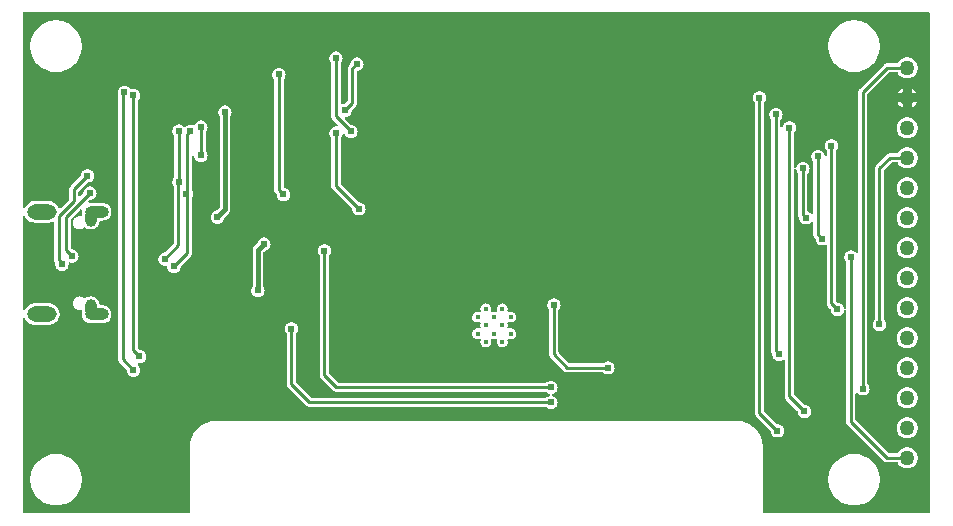
<source format=gbl>
G04 Layer: BottomLayer*
G04 EasyEDA v6.5.22, 2023-04-11 14:51:41*
G04 09d7e0edd1714e2dabe8a3ea8b78781f,917733c78a1c4f138cc1705716371eb4,10*
G04 Gerber Generator version 0.2*
G04 Scale: 100 percent, Rotated: No, Reflected: No *
G04 Dimensions in inches *
G04 leading zeros omitted , absolute positions ,3 integer and 6 decimal *
%FSLAX36Y36*%
%MOIN*%

%ADD10C,0.0100*%
%ADD11C,0.0150*%
%ADD12C,0.0496*%
%ADD13O,0.098425X0.051181000000000004*%
%ADD14O,0.07873999999999999X0.039369999999999995*%
%ADD15O,0.039369999999999995X0.059054999999999996*%
%ADD16C,0.0157*%
%ADD17C,0.0240*%
%ADD18C,0.0109*%

%LPD*%
G36*
X-211759Y-830600D02*
G01*
X-213280Y-830300D01*
X-214579Y-829440D01*
X-215460Y-828160D01*
X-215760Y-826620D01*
X-215760Y-182640D01*
X-215460Y-181119D01*
X-214600Y-179840D01*
X-213320Y-178960D01*
X-211800Y-178640D01*
X-210260Y-178939D01*
X-208960Y-179780D01*
X-208080Y-181060D01*
X-207760Y-181820D01*
X-205219Y-185980D01*
X-202140Y-189760D01*
X-198580Y-193100D01*
X-194579Y-195920D01*
X-190240Y-198180D01*
X-185640Y-199800D01*
X-180859Y-200780D01*
X-175859Y-201119D01*
X-128880Y-201119D01*
X-123880Y-200780D01*
X-119100Y-199800D01*
X-114500Y-198180D01*
X-110160Y-195920D01*
X-106160Y-193100D01*
X-102600Y-189760D01*
X-99520Y-185980D01*
X-96980Y-181820D01*
X-95040Y-177320D01*
X-93720Y-172620D01*
X-93040Y-167780D01*
X-93040Y-162900D01*
X-93720Y-158060D01*
X-95040Y-153360D01*
X-96980Y-148880D01*
X-99520Y-144720D01*
X-102600Y-140920D01*
X-106160Y-137600D01*
X-110160Y-134760D01*
X-114500Y-132520D01*
X-119100Y-130879D01*
X-123880Y-129900D01*
X-128880Y-129540D01*
X-175859Y-129540D01*
X-180859Y-129900D01*
X-185640Y-130879D01*
X-190240Y-132520D01*
X-194579Y-134760D01*
X-198580Y-137600D01*
X-202140Y-140920D01*
X-205219Y-144720D01*
X-207760Y-148880D01*
X-208080Y-149620D01*
X-208960Y-150900D01*
X-210260Y-151740D01*
X-211800Y-152040D01*
X-213320Y-151720D01*
X-214600Y-150860D01*
X-215460Y-149560D01*
X-215760Y-148040D01*
X-215760Y157520D01*
X-215460Y159040D01*
X-214600Y160340D01*
X-213320Y161200D01*
X-211800Y161520D01*
X-210260Y161220D01*
X-208960Y160380D01*
X-208080Y159100D01*
X-207760Y158360D01*
X-205219Y154160D01*
X-202140Y150400D01*
X-198580Y147040D01*
X-194579Y144240D01*
X-190240Y142000D01*
X-185640Y140360D01*
X-180859Y139380D01*
X-175859Y139020D01*
X-128880Y139020D01*
X-123880Y139380D01*
X-119100Y140360D01*
X-115540Y141620D01*
X-114040Y141840D01*
X-112560Y141500D01*
X-111320Y140620D01*
X-110500Y139320D01*
X-110200Y137860D01*
X-110200Y15200D01*
X-109900Y12020D01*
X-109040Y9220D01*
X-107340Y6080D01*
X-106920Y5000D01*
X-106860Y3840D01*
X-107180Y0D01*
X-106860Y-3840D01*
X-105860Y-7600D01*
X-104220Y-11080D01*
X-102000Y-14260D01*
X-99260Y-17000D01*
X-96100Y-19200D01*
X-92600Y-20860D01*
X-88859Y-21840D01*
X-85000Y-22200D01*
X-81160Y-21840D01*
X-77420Y-20860D01*
X-73920Y-19200D01*
X-70740Y-17000D01*
X-68000Y-14260D01*
X-65800Y-11080D01*
X-64160Y-7600D01*
X-63160Y-3840D01*
X-62820Y0D01*
X-63019Y2360D01*
X-62859Y3880D01*
X-62140Y5240D01*
X-60980Y6220D01*
X-59520Y6660D01*
X-58000Y6580D01*
X-55439Y5880D01*
X-51580Y5560D01*
X-47720Y5880D01*
X-44000Y6899D01*
X-40480Y8520D01*
X-37320Y10740D01*
X-34580Y13480D01*
X-32360Y16640D01*
X-30740Y20160D01*
X-29740Y23880D01*
X-29400Y27740D01*
X-29740Y31600D01*
X-30740Y35300D01*
X-32360Y38840D01*
X-34580Y42000D01*
X-37320Y44720D01*
X-40480Y46960D01*
X-44000Y48560D01*
X-47720Y49580D01*
X-50880Y49860D01*
X-52220Y50220D01*
X-53360Y51020D01*
X-55199Y52859D01*
X-56080Y54140D01*
X-56380Y55679D01*
X-56380Y149780D01*
X-56080Y151320D01*
X-55199Y152600D01*
X-25379Y182420D01*
X-23980Y183359D01*
X-22340Y183619D01*
X-20740Y183180D01*
X-19460Y182160D01*
X-18700Y180680D01*
X-18600Y179020D01*
X-18780Y177840D01*
X-18780Y173320D01*
X-18500Y170500D01*
X-18860Y165620D01*
X-18860Y164300D01*
X-19200Y162700D01*
X-20160Y161360D01*
X-21580Y160500D01*
X-23220Y160300D01*
X-26380Y160600D01*
X-30200Y160260D01*
X-33900Y159260D01*
X-37380Y157620D01*
X-40519Y155440D01*
X-43240Y152740D01*
X-45439Y149600D01*
X-47060Y146120D01*
X-48040Y142400D01*
X-48380Y138580D01*
X-48040Y134780D01*
X-47060Y131060D01*
X-45439Y127600D01*
X-43240Y124460D01*
X-40519Y121760D01*
X-37380Y119540D01*
X-33900Y117940D01*
X-30200Y116940D01*
X-26380Y116600D01*
X-22559Y116940D01*
X-18860Y117940D01*
X-15380Y119540D01*
X-11000Y122660D01*
X-9680Y123000D01*
X-8300Y122899D01*
X-7040Y122340D01*
X-3920Y120200D01*
X100Y118260D01*
X4380Y116960D01*
X8780Y116260D01*
X13260Y116260D01*
X17660Y116960D01*
X21940Y118260D01*
X25960Y120200D01*
X29640Y122720D01*
X32920Y125760D01*
X35700Y129240D01*
X37940Y133120D01*
X39560Y137280D01*
X40980Y143460D01*
X41860Y144660D01*
X43120Y145440D01*
X44580Y145700D01*
X50240Y145700D01*
X54840Y146060D01*
X59200Y147040D01*
X63360Y148700D01*
X67220Y150920D01*
X70700Y153700D01*
X73740Y156980D01*
X76260Y160660D01*
X78200Y164700D01*
X79520Y168939D01*
X80180Y173359D01*
X80180Y177840D01*
X79520Y182260D01*
X78200Y186520D01*
X76260Y190539D01*
X73740Y194240D01*
X70700Y197500D01*
X67220Y200280D01*
X63360Y202520D01*
X59200Y204140D01*
X54840Y205120D01*
X50240Y205479D01*
X11160Y205479D01*
X7320Y205200D01*
X5719Y205400D01*
X4340Y206220D01*
X3380Y207520D01*
X3020Y209100D01*
X3320Y210680D01*
X4200Y212020D01*
X6640Y214460D01*
X7780Y215260D01*
X9120Y215620D01*
X12280Y215880D01*
X16000Y216900D01*
X19520Y218520D01*
X22679Y220740D01*
X25419Y223480D01*
X27639Y226640D01*
X29260Y230159D01*
X30259Y233880D01*
X30600Y237740D01*
X30259Y241600D01*
X29260Y245300D01*
X27639Y248840D01*
X25419Y252000D01*
X22679Y254720D01*
X19520Y256960D01*
X16000Y258560D01*
X12280Y259579D01*
X8420Y259899D01*
X4560Y259579D01*
X840Y258560D01*
X-2680Y256960D01*
X-5840Y254720D01*
X-8580Y252000D01*
X-10800Y248840D01*
X-12420Y245300D01*
X-13420Y241600D01*
X-13700Y238440D01*
X-14060Y237100D01*
X-14860Y235960D01*
X-22980Y227840D01*
X-24280Y226980D01*
X-25800Y226640D01*
X-27340Y226980D01*
X-28640Y227840D01*
X-29500Y229140D01*
X-29800Y230660D01*
X-29800Y242040D01*
X-29500Y243560D01*
X-28640Y244880D01*
X-1780Y271720D01*
X-660Y272520D01*
X700Y272880D01*
X3840Y273160D01*
X7580Y274140D01*
X11080Y275800D01*
X14260Y278000D01*
X17000Y280740D01*
X19200Y283920D01*
X20840Y287400D01*
X21840Y291160D01*
X22180Y295000D01*
X21840Y298860D01*
X20840Y302600D01*
X19200Y306080D01*
X17000Y309280D01*
X14260Y312000D01*
X11080Y314220D01*
X7580Y315860D01*
X3840Y316840D01*
X0Y317200D01*
X-3860Y316840D01*
X-7600Y315860D01*
X-11100Y314220D01*
X-14260Y312000D01*
X-17000Y309280D01*
X-19220Y306080D01*
X-20860Y302600D01*
X-21860Y298860D01*
X-22120Y295680D01*
X-22480Y294340D01*
X-23280Y293200D01*
X-55620Y260880D01*
X-57619Y258440D01*
X-59020Y255820D01*
X-59900Y252979D01*
X-60199Y249820D01*
X-60199Y217960D01*
X-60500Y216439D01*
X-61380Y215120D01*
X-89260Y187220D01*
X-90540Y186380D01*
X-92060Y186060D01*
X-93580Y186360D01*
X-94880Y187200D01*
X-95760Y188480D01*
X-96980Y191260D01*
X-99520Y195460D01*
X-102600Y199240D01*
X-106160Y202580D01*
X-110160Y205400D01*
X-114500Y207620D01*
X-119100Y209280D01*
X-123880Y210260D01*
X-128880Y210600D01*
X-175859Y210600D01*
X-180859Y210260D01*
X-185640Y209280D01*
X-190240Y207620D01*
X-194579Y205400D01*
X-198580Y202580D01*
X-202140Y199240D01*
X-205219Y195460D01*
X-207760Y191260D01*
X-208080Y190500D01*
X-208960Y189259D01*
X-210260Y188380D01*
X-211800Y188120D01*
X-213320Y188440D01*
X-214600Y189300D01*
X-215460Y190600D01*
X-215760Y192120D01*
X-215760Y836000D01*
X-215460Y837520D01*
X-214579Y838820D01*
X-213280Y839680D01*
X-211759Y840000D01*
X2804840Y840000D01*
X2806360Y839680D01*
X2807660Y838820D01*
X2808540Y837520D01*
X2808840Y836000D01*
X2808840Y-826620D01*
X2808540Y-828160D01*
X2807660Y-829440D01*
X2806360Y-830300D01*
X2804840Y-830600D01*
X2255620Y-830600D01*
X2254080Y-830300D01*
X2252800Y-829440D01*
X2251920Y-828160D01*
X2251620Y-826620D01*
X2251620Y-610580D01*
X2251240Y-602340D01*
X2250000Y-593700D01*
X2247940Y-585220D01*
X2245060Y-577000D01*
X2244620Y-575920D01*
X2240840Y-568060D01*
X2236300Y-560600D01*
X2231060Y-553640D01*
X2225160Y-547200D01*
X2218640Y-541380D01*
X2212560Y-536860D01*
X2205100Y-532340D01*
X2197240Y-528560D01*
X2189040Y-525560D01*
X2187940Y-525220D01*
X2180600Y-523380D01*
X2171960Y-522040D01*
X2162580Y-521560D01*
X430500Y-521560D01*
X421120Y-522040D01*
X412480Y-523380D01*
X405140Y-525220D01*
X396900Y-528120D01*
X395840Y-528560D01*
X387980Y-532340D01*
X380520Y-536860D01*
X373540Y-542120D01*
X367920Y-547200D01*
X362020Y-553640D01*
X356780Y-560600D01*
X352239Y-568060D01*
X348459Y-575920D01*
X345140Y-585220D01*
X343080Y-593700D01*
X341840Y-602340D01*
X341460Y-610580D01*
X341460Y-826620D01*
X341160Y-828160D01*
X340300Y-829440D01*
X339000Y-830300D01*
X337460Y-830600D01*
G37*

%LPC*%
G36*
X2555540Y-803860D02*
G01*
X2563480Y-803500D01*
X2571360Y-802400D01*
X2579100Y-800580D01*
X2586620Y-798060D01*
X2593900Y-794840D01*
X2600840Y-790980D01*
X2607400Y-786480D01*
X2613519Y-781420D01*
X2619140Y-775780D01*
X2624220Y-769659D01*
X2628720Y-763100D01*
X2632580Y-756160D01*
X2635779Y-748920D01*
X2638320Y-741360D01*
X2640140Y-733620D01*
X2641240Y-725740D01*
X2641600Y-717800D01*
X2641240Y-709880D01*
X2640140Y-702020D01*
X2638320Y-694260D01*
X2635779Y-686720D01*
X2632580Y-679440D01*
X2628720Y-672500D01*
X2624220Y-665939D01*
X2619140Y-659820D01*
X2613519Y-654200D01*
X2607400Y-649140D01*
X2600840Y-644640D01*
X2593900Y-640759D01*
X2586620Y-637580D01*
X2579100Y-635020D01*
X2571360Y-633200D01*
X2563480Y-632100D01*
X2555540Y-631740D01*
X2547600Y-632100D01*
X2539720Y-633200D01*
X2531980Y-635020D01*
X2524440Y-637580D01*
X2517180Y-640759D01*
X2510240Y-644640D01*
X2503680Y-649140D01*
X2497560Y-654200D01*
X2491940Y-659820D01*
X2486860Y-665939D01*
X2482360Y-672500D01*
X2478500Y-679440D01*
X2475280Y-686720D01*
X2472760Y-694260D01*
X2470940Y-702020D01*
X2469840Y-709880D01*
X2469480Y-717800D01*
X2469840Y-725740D01*
X2470940Y-733620D01*
X2472760Y-741360D01*
X2475280Y-748920D01*
X2478500Y-756160D01*
X2482360Y-763100D01*
X2486860Y-769659D01*
X2491940Y-775780D01*
X2497560Y-781420D01*
X2503680Y-786480D01*
X2510240Y-790980D01*
X2517180Y-794840D01*
X2524440Y-798060D01*
X2531980Y-800580D01*
X2539720Y-802400D01*
X2547600Y-803500D01*
G37*
G36*
X-104460Y-803860D02*
G01*
X-96519Y-803500D01*
X-88640Y-802400D01*
X-80900Y-800580D01*
X-73360Y-798060D01*
X-66100Y-794840D01*
X-59140Y-790980D01*
X-52600Y-786480D01*
X-46480Y-781420D01*
X-40860Y-775780D01*
X-35780Y-769659D01*
X-31280Y-763100D01*
X-27420Y-756160D01*
X-24200Y-748920D01*
X-21680Y-741360D01*
X-19860Y-733620D01*
X-18760Y-725740D01*
X-18400Y-717800D01*
X-18760Y-709880D01*
X-19860Y-702020D01*
X-21680Y-694260D01*
X-24200Y-686720D01*
X-27420Y-679440D01*
X-31280Y-672500D01*
X-35780Y-665939D01*
X-40860Y-659820D01*
X-46480Y-654200D01*
X-52600Y-649140D01*
X-59140Y-644640D01*
X-66100Y-640759D01*
X-73360Y-637580D01*
X-80900Y-635020D01*
X-88640Y-633200D01*
X-96519Y-632100D01*
X-104460Y-631740D01*
X-112400Y-632100D01*
X-120260Y-633200D01*
X-128000Y-635020D01*
X-135540Y-637580D01*
X-142820Y-640759D01*
X-149760Y-644640D01*
X-156320Y-649140D01*
X-162440Y-654200D01*
X-168060Y-659820D01*
X-173140Y-665939D01*
X-177620Y-672500D01*
X-181500Y-679440D01*
X-184700Y-686720D01*
X-187240Y-694260D01*
X-189060Y-702020D01*
X-190140Y-709880D01*
X-190520Y-717800D01*
X-190140Y-725740D01*
X-189060Y-733620D01*
X-187240Y-741360D01*
X-184700Y-748920D01*
X-181500Y-756160D01*
X-177620Y-763100D01*
X-173140Y-769659D01*
X-168060Y-775780D01*
X-162440Y-781420D01*
X-156320Y-786480D01*
X-149760Y-790980D01*
X-142820Y-794840D01*
X-135540Y-798060D01*
X-128000Y-800580D01*
X-120260Y-802400D01*
X-112400Y-803500D01*
G37*
G36*
X2732919Y-680280D02*
G01*
X2737900Y-679900D01*
X2742780Y-678840D01*
X2747460Y-677080D01*
X2751840Y-674700D01*
X2755840Y-671700D01*
X2759360Y-668180D01*
X2762360Y-664180D01*
X2764760Y-659800D01*
X2766500Y-655120D01*
X2767559Y-650240D01*
X2767919Y-645280D01*
X2767559Y-640280D01*
X2766500Y-635400D01*
X2764760Y-630720D01*
X2762360Y-626340D01*
X2759360Y-622340D01*
X2755840Y-618820D01*
X2751840Y-615840D01*
X2747460Y-613420D01*
X2742780Y-611680D01*
X2737900Y-610620D01*
X2732919Y-610280D01*
X2727940Y-610620D01*
X2723060Y-611680D01*
X2718380Y-613420D01*
X2714000Y-615840D01*
X2710000Y-618820D01*
X2706480Y-622340D01*
X2703480Y-626340D01*
X2702679Y-627820D01*
X2701780Y-628940D01*
X2700539Y-629660D01*
X2699140Y-629920D01*
X2673000Y-629800D01*
X2671460Y-629500D01*
X2670179Y-628620D01*
X2561400Y-519840D01*
X2560520Y-518560D01*
X2560220Y-517020D01*
X2560220Y-430840D01*
X2560580Y-429180D01*
X2561560Y-427840D01*
X2563020Y-427020D01*
X2564680Y-426860D01*
X2566280Y-427400D01*
X2567500Y-428540D01*
X2568000Y-429260D01*
X2570740Y-432000D01*
X2573900Y-434200D01*
X2577400Y-435860D01*
X2581139Y-436840D01*
X2585000Y-437200D01*
X2588840Y-436840D01*
X2592580Y-435860D01*
X2596080Y-434200D01*
X2599260Y-432000D01*
X2602000Y-429260D01*
X2604200Y-426079D01*
X2605840Y-422600D01*
X2606840Y-418840D01*
X2607180Y-415000D01*
X2606840Y-411140D01*
X2605840Y-407400D01*
X2604200Y-403920D01*
X2602000Y-400720D01*
X2601400Y-400140D01*
X2600520Y-398840D01*
X2600220Y-397299D01*
X2600220Y567080D01*
X2600520Y568620D01*
X2601400Y569900D01*
X2670100Y638640D01*
X2671420Y639500D01*
X2672960Y639800D01*
X2699020Y639680D01*
X2700400Y639440D01*
X2701620Y638700D01*
X2702500Y637600D01*
X2703480Y635820D01*
X2706480Y631820D01*
X2710000Y628300D01*
X2714000Y625300D01*
X2718380Y622900D01*
X2723060Y621160D01*
X2727940Y620100D01*
X2732919Y619720D01*
X2737900Y620100D01*
X2742780Y621160D01*
X2747460Y622900D01*
X2751840Y625300D01*
X2755840Y628300D01*
X2759360Y631820D01*
X2762360Y635820D01*
X2764760Y640200D01*
X2766500Y644880D01*
X2767559Y649760D01*
X2767919Y654720D01*
X2767559Y659720D01*
X2766500Y664599D01*
X2764760Y669280D01*
X2762360Y673660D01*
X2759360Y677660D01*
X2755840Y681180D01*
X2751840Y684160D01*
X2747460Y686560D01*
X2742780Y688319D01*
X2737900Y689380D01*
X2732919Y689720D01*
X2727940Y689380D01*
X2723060Y688319D01*
X2718380Y686560D01*
X2714000Y684160D01*
X2710000Y681180D01*
X2706480Y677660D01*
X2703480Y673660D01*
X2702679Y672180D01*
X2701780Y671060D01*
X2700539Y670340D01*
X2699140Y670080D01*
X2665280Y670240D01*
X2662120Y669920D01*
X2659280Y669100D01*
X2656640Y667700D01*
X2654120Y665639D01*
X2574420Y585920D01*
X2572400Y583480D01*
X2571000Y580840D01*
X2570140Y577980D01*
X2569820Y574840D01*
X2569820Y40780D01*
X2569460Y39140D01*
X2568480Y37780D01*
X2567020Y36960D01*
X2565360Y36800D01*
X2563759Y37340D01*
X2562540Y38480D01*
X2562000Y39280D01*
X2559260Y42000D01*
X2556080Y44220D01*
X2552580Y45860D01*
X2548840Y46840D01*
X2545000Y47200D01*
X2541140Y46840D01*
X2537400Y45860D01*
X2533900Y44220D01*
X2530740Y42000D01*
X2528000Y39280D01*
X2525780Y36080D01*
X2524140Y32599D01*
X2523140Y28860D01*
X2522820Y25000D01*
X2523140Y21160D01*
X2524140Y17400D01*
X2525780Y13919D01*
X2528000Y10740D01*
X2528640Y10100D01*
X2529520Y8800D01*
X2529820Y7280D01*
X2529820Y-145700D01*
X2529460Y-147380D01*
X2528420Y-148740D01*
X2526900Y-149540D01*
X2525180Y-149640D01*
X2523580Y-149020D01*
X2522400Y-147780D01*
X2521840Y-146140D01*
X2520840Y-142400D01*
X2519200Y-138920D01*
X2517000Y-135720D01*
X2514260Y-133000D01*
X2511080Y-130780D01*
X2507580Y-129140D01*
X2503840Y-128160D01*
X2500700Y-127860D01*
X2499340Y-127500D01*
X2498220Y-126700D01*
X2496360Y-124880D01*
X2495500Y-123560D01*
X2495200Y-122040D01*
X2495200Y377299D01*
X2495500Y378820D01*
X2496360Y380100D01*
X2497000Y380740D01*
X2499200Y383920D01*
X2500840Y387400D01*
X2501840Y391160D01*
X2502180Y395000D01*
X2501840Y398860D01*
X2500840Y402600D01*
X2499200Y406079D01*
X2497000Y409280D01*
X2494260Y412000D01*
X2491080Y414219D01*
X2487580Y415860D01*
X2483840Y416840D01*
X2480000Y417200D01*
X2476140Y416840D01*
X2472400Y415860D01*
X2468900Y414219D01*
X2465740Y412000D01*
X2463000Y409280D01*
X2460780Y406079D01*
X2459140Y402600D01*
X2458140Y398860D01*
X2457820Y395000D01*
X2458140Y391160D01*
X2459140Y387400D01*
X2460780Y383920D01*
X2463000Y380740D01*
X2463620Y380100D01*
X2464500Y378820D01*
X2464800Y377299D01*
X2464800Y364540D01*
X2464460Y362960D01*
X2463520Y361640D01*
X2462120Y360800D01*
X2460500Y360580D01*
X2458920Y361040D01*
X2457660Y362080D01*
X2456940Y363540D01*
X2455840Y367600D01*
X2454200Y371079D01*
X2452000Y374280D01*
X2449260Y377000D01*
X2446080Y379219D01*
X2442580Y380860D01*
X2438840Y381840D01*
X2435000Y382200D01*
X2431140Y381840D01*
X2427400Y380860D01*
X2423900Y379219D01*
X2420740Y377000D01*
X2418000Y374280D01*
X2415780Y371079D01*
X2414140Y367600D01*
X2413140Y363860D01*
X2412820Y360000D01*
X2413140Y356160D01*
X2414140Y352400D01*
X2415780Y348920D01*
X2418000Y345740D01*
X2418620Y345100D01*
X2419500Y343820D01*
X2419800Y342299D01*
X2419800Y170799D01*
X2419440Y169140D01*
X2418460Y167800D01*
X2417000Y167000D01*
X2415340Y166820D01*
X2413740Y167380D01*
X2412520Y168520D01*
X2412000Y169280D01*
X2409260Y172000D01*
X2406080Y174220D01*
X2402500Y175880D01*
X2401280Y176780D01*
X2400480Y178039D01*
X2400200Y179520D01*
X2400200Y302300D01*
X2400500Y303820D01*
X2401360Y305100D01*
X2402000Y305740D01*
X2404200Y308920D01*
X2405840Y312400D01*
X2406840Y316160D01*
X2407180Y320000D01*
X2406840Y323860D01*
X2405840Y327600D01*
X2404200Y331079D01*
X2402000Y334280D01*
X2399260Y337000D01*
X2396080Y339219D01*
X2392580Y340860D01*
X2388840Y341840D01*
X2385000Y342200D01*
X2381140Y341840D01*
X2377400Y340860D01*
X2373900Y339219D01*
X2370740Y337000D01*
X2368000Y334280D01*
X2365780Y331079D01*
X2364140Y327600D01*
X2363060Y323540D01*
X2362320Y322080D01*
X2361060Y321040D01*
X2359500Y320600D01*
X2357880Y320800D01*
X2356480Y321640D01*
X2355540Y322980D01*
X2355200Y324580D01*
X2355200Y437299D01*
X2355500Y438840D01*
X2356380Y440120D01*
X2357000Y440740D01*
X2359200Y443920D01*
X2360840Y447400D01*
X2361840Y451160D01*
X2362180Y455000D01*
X2361840Y458860D01*
X2360840Y462600D01*
X2359200Y466079D01*
X2357000Y469280D01*
X2354260Y472000D01*
X2351080Y474219D01*
X2347580Y475860D01*
X2343840Y476840D01*
X2340000Y477200D01*
X2336140Y476840D01*
X2332400Y475860D01*
X2328900Y474219D01*
X2325740Y472000D01*
X2323000Y469280D01*
X2320780Y466079D01*
X2319140Y462600D01*
X2318080Y458620D01*
X2317340Y457160D01*
X2316080Y456120D01*
X2314520Y455660D01*
X2312900Y455860D01*
X2311500Y456719D01*
X2310560Y458060D01*
X2310220Y459660D01*
X2310220Y482320D01*
X2310520Y483860D01*
X2311400Y485160D01*
X2312020Y485780D01*
X2314240Y488940D01*
X2315860Y492460D01*
X2316860Y496180D01*
X2317200Y500040D01*
X2316860Y503900D01*
X2315860Y507600D01*
X2314240Y511140D01*
X2312020Y514300D01*
X2309280Y517020D01*
X2306120Y519260D01*
X2302600Y520860D01*
X2298880Y521880D01*
X2295020Y522220D01*
X2291160Y521880D01*
X2287440Y520860D01*
X2283920Y519260D01*
X2280760Y517020D01*
X2278020Y514300D01*
X2275800Y511140D01*
X2274180Y507600D01*
X2273180Y503900D01*
X2272840Y500040D01*
X2273180Y496180D01*
X2274180Y492460D01*
X2275800Y488940D01*
X2278020Y485780D01*
X2278640Y485160D01*
X2279520Y483860D01*
X2279820Y482320D01*
X2279820Y-289820D01*
X2280140Y-292980D01*
X2281000Y-295840D01*
X2282340Y-298360D01*
X2282800Y-299900D01*
X2283140Y-303840D01*
X2284140Y-307600D01*
X2285780Y-311080D01*
X2288000Y-314260D01*
X2290740Y-317000D01*
X2293900Y-319200D01*
X2297400Y-320860D01*
X2301140Y-321840D01*
X2305000Y-322200D01*
X2308840Y-321840D01*
X2312580Y-320860D01*
X2316080Y-319200D01*
X2318500Y-317500D01*
X2320100Y-316840D01*
X2321840Y-316920D01*
X2323380Y-317720D01*
X2324420Y-319120D01*
X2324800Y-320780D01*
X2324800Y-439799D01*
X2325120Y-442980D01*
X2325980Y-445800D01*
X2327380Y-448420D01*
X2329400Y-450880D01*
X2366720Y-488200D01*
X2367520Y-489340D01*
X2367880Y-490680D01*
X2368140Y-493840D01*
X2369140Y-497600D01*
X2370780Y-501079D01*
X2373000Y-504260D01*
X2375740Y-507000D01*
X2378900Y-509200D01*
X2382400Y-510860D01*
X2386140Y-511840D01*
X2390000Y-512200D01*
X2393840Y-511840D01*
X2397580Y-510860D01*
X2401080Y-509200D01*
X2404260Y-507000D01*
X2407000Y-504260D01*
X2409200Y-501079D01*
X2410840Y-497600D01*
X2411840Y-493840D01*
X2412180Y-490000D01*
X2411840Y-486140D01*
X2410840Y-482400D01*
X2409200Y-478920D01*
X2407000Y-475720D01*
X2404260Y-473000D01*
X2401080Y-470780D01*
X2397580Y-469140D01*
X2393840Y-468160D01*
X2390700Y-467860D01*
X2389360Y-467500D01*
X2388220Y-466719D01*
X2356380Y-434880D01*
X2355500Y-433560D01*
X2355200Y-432040D01*
X2355200Y315440D01*
X2355540Y317020D01*
X2356480Y318360D01*
X2357880Y319220D01*
X2359500Y319420D01*
X2361060Y318960D01*
X2362320Y317940D01*
X2363060Y316460D01*
X2364140Y312400D01*
X2365780Y308920D01*
X2368000Y305740D01*
X2368620Y305100D01*
X2369500Y303820D01*
X2369800Y302300D01*
X2369800Y165200D01*
X2370100Y162020D01*
X2370980Y159200D01*
X2372340Y156620D01*
X2372800Y155080D01*
X2373140Y151160D01*
X2374140Y147400D01*
X2375780Y143920D01*
X2378000Y140740D01*
X2380740Y138000D01*
X2383900Y135800D01*
X2387400Y134140D01*
X2391140Y133160D01*
X2395000Y132800D01*
X2398840Y133160D01*
X2402580Y134140D01*
X2406080Y135800D01*
X2409260Y138000D01*
X2412000Y140740D01*
X2412520Y141500D01*
X2413740Y142620D01*
X2415340Y143180D01*
X2417000Y143000D01*
X2418460Y142200D01*
X2419440Y140840D01*
X2419800Y139220D01*
X2419800Y100200D01*
X2420100Y97040D01*
X2420980Y94200D01*
X2422380Y91580D01*
X2424380Y89120D01*
X2426720Y86800D01*
X2427520Y85660D01*
X2427880Y84320D01*
X2428140Y81160D01*
X2429140Y77400D01*
X2430780Y73920D01*
X2433000Y70740D01*
X2435740Y68000D01*
X2438900Y65800D01*
X2442400Y64140D01*
X2446140Y63160D01*
X2450000Y62800D01*
X2453840Y63160D01*
X2457580Y64140D01*
X2459100Y64880D01*
X2460660Y65240D01*
X2462220Y64980D01*
X2463580Y64120D01*
X2464480Y62800D01*
X2464800Y61240D01*
X2464800Y-129800D01*
X2465100Y-132980D01*
X2465980Y-135800D01*
X2467380Y-138420D01*
X2469380Y-140880D01*
X2476720Y-148200D01*
X2477520Y-149340D01*
X2477880Y-150680D01*
X2478140Y-153840D01*
X2479140Y-157600D01*
X2480780Y-161080D01*
X2483000Y-164259D01*
X2485740Y-167000D01*
X2488900Y-169200D01*
X2492400Y-170859D01*
X2496140Y-171840D01*
X2500000Y-172200D01*
X2503840Y-171840D01*
X2507580Y-170859D01*
X2511080Y-169200D01*
X2514260Y-167000D01*
X2517000Y-164259D01*
X2519200Y-161080D01*
X2520840Y-157600D01*
X2521840Y-153840D01*
X2522400Y-152220D01*
X2523580Y-150960D01*
X2525180Y-150340D01*
X2526900Y-150460D01*
X2528420Y-151240D01*
X2529460Y-152620D01*
X2529820Y-154300D01*
X2529820Y-524760D01*
X2530140Y-527920D01*
X2531000Y-530760D01*
X2532400Y-533400D01*
X2534420Y-535860D01*
X2654140Y-655580D01*
X2656520Y-657540D01*
X2659140Y-658960D01*
X2662000Y-659840D01*
X2665140Y-660160D01*
X2699020Y-660320D01*
X2700400Y-660560D01*
X2701620Y-661300D01*
X2702500Y-662400D01*
X2703480Y-664180D01*
X2706480Y-668180D01*
X2710000Y-671700D01*
X2714000Y-674700D01*
X2718380Y-677080D01*
X2723060Y-678840D01*
X2727940Y-679900D01*
G37*
G36*
X2732919Y-580280D02*
G01*
X2737900Y-579900D01*
X2742780Y-578840D01*
X2747460Y-577080D01*
X2751840Y-574700D01*
X2755840Y-571700D01*
X2759360Y-568180D01*
X2762360Y-564180D01*
X2764760Y-559800D01*
X2766500Y-555120D01*
X2767559Y-550240D01*
X2767919Y-545280D01*
X2767559Y-540280D01*
X2766500Y-535400D01*
X2764760Y-530720D01*
X2762360Y-526340D01*
X2759360Y-522340D01*
X2755840Y-518820D01*
X2751840Y-515840D01*
X2747460Y-513420D01*
X2742780Y-511680D01*
X2737900Y-510620D01*
X2732919Y-510280D01*
X2727940Y-510620D01*
X2723060Y-511680D01*
X2718380Y-513420D01*
X2714000Y-515840D01*
X2710000Y-518820D01*
X2706480Y-522340D01*
X2703480Y-526340D01*
X2701080Y-530720D01*
X2699340Y-535400D01*
X2698279Y-540280D01*
X2697919Y-545280D01*
X2698279Y-550240D01*
X2699340Y-555120D01*
X2701080Y-559800D01*
X2703480Y-564180D01*
X2706480Y-568180D01*
X2710000Y-571700D01*
X2714000Y-574700D01*
X2718380Y-577080D01*
X2723060Y-578840D01*
X2727940Y-579900D01*
G37*
G36*
X2300000Y-577200D02*
G01*
X2303840Y-576840D01*
X2307580Y-575860D01*
X2311080Y-574200D01*
X2314260Y-572000D01*
X2317000Y-569260D01*
X2319200Y-566080D01*
X2320840Y-562600D01*
X2321840Y-558840D01*
X2322180Y-555000D01*
X2321840Y-551140D01*
X2320840Y-547400D01*
X2319200Y-543920D01*
X2317000Y-540720D01*
X2314260Y-538000D01*
X2311080Y-535780D01*
X2307580Y-534140D01*
X2303840Y-533160D01*
X2300700Y-532860D01*
X2299340Y-532500D01*
X2298220Y-531700D01*
X2256360Y-489880D01*
X2255500Y-488560D01*
X2255200Y-487040D01*
X2255200Y537300D01*
X2255500Y538820D01*
X2256360Y540100D01*
X2257000Y540740D01*
X2259200Y543920D01*
X2260840Y547400D01*
X2261840Y551160D01*
X2262180Y555000D01*
X2261840Y558860D01*
X2260840Y562600D01*
X2259200Y566080D01*
X2257000Y569280D01*
X2254260Y572000D01*
X2251080Y574220D01*
X2247580Y575860D01*
X2243840Y576840D01*
X2240000Y577200D01*
X2236140Y576840D01*
X2232400Y575860D01*
X2228900Y574220D01*
X2225740Y572000D01*
X2223000Y569280D01*
X2220780Y566080D01*
X2219140Y562600D01*
X2218140Y558860D01*
X2217820Y555000D01*
X2218140Y551160D01*
X2219140Y547400D01*
X2220780Y543920D01*
X2223000Y540740D01*
X2223620Y540100D01*
X2224500Y538820D01*
X2224800Y537300D01*
X2224800Y-494799D01*
X2225100Y-497980D01*
X2225980Y-500800D01*
X2227380Y-503420D01*
X2229380Y-505880D01*
X2276720Y-553200D01*
X2277520Y-554340D01*
X2277880Y-555680D01*
X2278140Y-558840D01*
X2279140Y-562600D01*
X2280780Y-566080D01*
X2283000Y-569260D01*
X2285740Y-572000D01*
X2288900Y-574200D01*
X2292400Y-575860D01*
X2296140Y-576840D01*
G37*
G36*
X1545000Y-482200D02*
G01*
X1548839Y-481840D01*
X1552580Y-480860D01*
X1556080Y-479200D01*
X1559259Y-477000D01*
X1562000Y-474260D01*
X1564199Y-471079D01*
X1565840Y-467600D01*
X1566840Y-463840D01*
X1567180Y-460000D01*
X1566840Y-456140D01*
X1565840Y-452400D01*
X1564199Y-448920D01*
X1562000Y-445720D01*
X1559259Y-443000D01*
X1556080Y-440780D01*
X1552580Y-439140D01*
X1551500Y-438860D01*
X1549960Y-438060D01*
X1548920Y-436680D01*
X1548540Y-435000D01*
X1548920Y-433300D01*
X1549960Y-431920D01*
X1551500Y-431120D01*
X1552580Y-430860D01*
X1556080Y-429200D01*
X1559259Y-427000D01*
X1562000Y-424260D01*
X1564199Y-421079D01*
X1565840Y-417600D01*
X1566840Y-413840D01*
X1567180Y-410000D01*
X1566840Y-406140D01*
X1565840Y-402400D01*
X1564199Y-398920D01*
X1562000Y-395720D01*
X1559259Y-393000D01*
X1556080Y-390780D01*
X1552580Y-389140D01*
X1548839Y-388160D01*
X1545000Y-387800D01*
X1541140Y-388160D01*
X1537400Y-389140D01*
X1533899Y-390780D01*
X1530740Y-393000D01*
X1530140Y-393579D01*
X1528839Y-394460D01*
X1527320Y-394760D01*
X837980Y-394760D01*
X836440Y-394460D01*
X835140Y-393579D01*
X806400Y-364840D01*
X805520Y-363560D01*
X805220Y-362020D01*
X805220Y27320D01*
X805520Y28860D01*
X806400Y30160D01*
X807000Y30740D01*
X809200Y33920D01*
X810840Y37400D01*
X811840Y41160D01*
X812180Y45000D01*
X811840Y48860D01*
X810840Y52600D01*
X809200Y56080D01*
X807000Y59280D01*
X804260Y62000D01*
X801080Y64220D01*
X797580Y65860D01*
X793840Y66840D01*
X790000Y67200D01*
X786140Y66840D01*
X782400Y65860D01*
X778900Y64220D01*
X775740Y62000D01*
X773000Y59280D01*
X770780Y56080D01*
X769140Y52600D01*
X768139Y48860D01*
X767820Y45000D01*
X768139Y41160D01*
X769140Y37400D01*
X770780Y33920D01*
X773000Y30740D01*
X773640Y30099D01*
X774520Y28800D01*
X774820Y27280D01*
X774820Y-369760D01*
X775140Y-372920D01*
X776000Y-375760D01*
X777400Y-378400D01*
X779419Y-380860D01*
X819140Y-420560D01*
X821580Y-422600D01*
X824220Y-423980D01*
X827060Y-424840D01*
X830220Y-425160D01*
X1527260Y-425160D01*
X1528779Y-425480D01*
X1530080Y-426340D01*
X1530740Y-427000D01*
X1533899Y-429200D01*
X1537400Y-430860D01*
X1538480Y-431120D01*
X1540020Y-431920D01*
X1541080Y-433300D01*
X1541459Y-435000D01*
X1541080Y-436680D01*
X1540020Y-438060D01*
X1538480Y-438860D01*
X1537400Y-439140D01*
X1533899Y-440780D01*
X1530740Y-443000D01*
X1530120Y-443620D01*
X1528820Y-444500D01*
X1527280Y-444799D01*
X747940Y-444799D01*
X746420Y-444500D01*
X745120Y-443620D01*
X696360Y-394880D01*
X695500Y-393560D01*
X695200Y-392040D01*
X695200Y-232700D01*
X695500Y-231180D01*
X696360Y-229899D01*
X697000Y-229259D01*
X699200Y-226080D01*
X700840Y-222600D01*
X701840Y-218840D01*
X702180Y-215000D01*
X701840Y-211140D01*
X700840Y-207399D01*
X699200Y-203920D01*
X697000Y-200720D01*
X694260Y-198000D01*
X691080Y-195780D01*
X687580Y-194140D01*
X683840Y-193160D01*
X680000Y-192800D01*
X676140Y-193160D01*
X672400Y-194140D01*
X668900Y-195780D01*
X665740Y-198000D01*
X663000Y-200720D01*
X660780Y-203920D01*
X659140Y-207399D01*
X658139Y-211140D01*
X657820Y-215000D01*
X658139Y-218840D01*
X659140Y-222600D01*
X660780Y-226080D01*
X663000Y-229259D01*
X663620Y-229899D01*
X664500Y-231180D01*
X664800Y-232700D01*
X664800Y-399799D01*
X665100Y-402980D01*
X665980Y-405800D01*
X667380Y-408420D01*
X669380Y-410880D01*
X729100Y-470600D01*
X731560Y-472620D01*
X734180Y-474020D01*
X737039Y-474900D01*
X740200Y-475200D01*
X1527280Y-475200D01*
X1528820Y-475500D01*
X1530120Y-476360D01*
X1530740Y-477000D01*
X1533899Y-479200D01*
X1537400Y-480860D01*
X1541140Y-481840D01*
G37*
G36*
X2732919Y-480280D02*
G01*
X2737900Y-479900D01*
X2742780Y-478840D01*
X2747460Y-477080D01*
X2751840Y-474700D01*
X2755840Y-471700D01*
X2759360Y-468180D01*
X2762360Y-464180D01*
X2764760Y-459799D01*
X2766500Y-455120D01*
X2767559Y-450240D01*
X2767919Y-445280D01*
X2767559Y-440280D01*
X2766500Y-435400D01*
X2764760Y-430720D01*
X2762360Y-426340D01*
X2759360Y-422340D01*
X2755840Y-418820D01*
X2751840Y-415840D01*
X2747460Y-413420D01*
X2742780Y-411680D01*
X2737900Y-410620D01*
X2732919Y-410280D01*
X2727940Y-410620D01*
X2723060Y-411680D01*
X2718380Y-413420D01*
X2714000Y-415840D01*
X2710000Y-418820D01*
X2706480Y-422340D01*
X2703480Y-426340D01*
X2701080Y-430720D01*
X2699340Y-435400D01*
X2698279Y-440280D01*
X2697919Y-445280D01*
X2698279Y-450240D01*
X2699340Y-455120D01*
X2701080Y-459799D01*
X2703480Y-464180D01*
X2706480Y-468180D01*
X2710000Y-471700D01*
X2714000Y-474700D01*
X2718380Y-477080D01*
X2723060Y-478840D01*
X2727940Y-479900D01*
G37*
G36*
X2732919Y-380280D02*
G01*
X2737900Y-379900D01*
X2742780Y-378840D01*
X2747460Y-377080D01*
X2751840Y-374700D01*
X2755840Y-371700D01*
X2759360Y-368180D01*
X2762360Y-364180D01*
X2764760Y-359799D01*
X2766500Y-355120D01*
X2767559Y-350240D01*
X2767919Y-345280D01*
X2767559Y-340280D01*
X2766500Y-335400D01*
X2764760Y-330720D01*
X2762360Y-326340D01*
X2759360Y-322340D01*
X2755840Y-318820D01*
X2751840Y-315840D01*
X2747460Y-313420D01*
X2742780Y-311680D01*
X2737900Y-310620D01*
X2732919Y-310280D01*
X2727940Y-310620D01*
X2723060Y-311680D01*
X2718380Y-313420D01*
X2714000Y-315840D01*
X2710000Y-318820D01*
X2706480Y-322340D01*
X2703480Y-326340D01*
X2701080Y-330720D01*
X2699340Y-335400D01*
X2698279Y-340280D01*
X2697919Y-345280D01*
X2698279Y-350240D01*
X2699340Y-355120D01*
X2701080Y-359799D01*
X2703480Y-364180D01*
X2706480Y-368180D01*
X2710000Y-371700D01*
X2714000Y-374700D01*
X2718380Y-377080D01*
X2723060Y-378840D01*
X2727940Y-379900D01*
G37*
G36*
X153420Y-374440D02*
G01*
X157280Y-374120D01*
X161000Y-373100D01*
X164520Y-371480D01*
X167680Y-369260D01*
X170420Y-366520D01*
X172640Y-363360D01*
X174259Y-359840D01*
X175260Y-356120D01*
X175600Y-352260D01*
X175260Y-348400D01*
X174259Y-344700D01*
X172640Y-341160D01*
X170420Y-338000D01*
X168520Y-336100D01*
X167640Y-334760D01*
X167360Y-333180D01*
X167719Y-331580D01*
X168700Y-330300D01*
X170100Y-329500D01*
X171700Y-329320D01*
X173420Y-329440D01*
X177280Y-329120D01*
X181000Y-328100D01*
X184520Y-326480D01*
X187680Y-324260D01*
X190420Y-321520D01*
X192640Y-318360D01*
X194259Y-314840D01*
X195260Y-311120D01*
X195600Y-307260D01*
X195260Y-303400D01*
X194259Y-299700D01*
X192640Y-296160D01*
X190420Y-293000D01*
X187680Y-290280D01*
X184520Y-288040D01*
X181000Y-286440D01*
X177280Y-285420D01*
X174120Y-285140D01*
X172780Y-284780D01*
X171640Y-283980D01*
X169800Y-282140D01*
X168920Y-280860D01*
X168619Y-279320D01*
X168619Y545020D01*
X168920Y546560D01*
X169800Y547860D01*
X170420Y548480D01*
X172640Y551640D01*
X174259Y555160D01*
X175260Y558880D01*
X175600Y562740D01*
X175260Y566600D01*
X174259Y570300D01*
X172640Y573840D01*
X170420Y577000D01*
X167680Y579720D01*
X164520Y581960D01*
X161000Y583560D01*
X157280Y584580D01*
X153420Y584900D01*
X149560Y584580D01*
X145980Y583620D01*
X144380Y583540D01*
X142860Y584080D01*
X141680Y585200D01*
X140420Y587000D01*
X137680Y589720D01*
X134520Y591960D01*
X131000Y593560D01*
X127280Y594580D01*
X123420Y594900D01*
X119560Y594580D01*
X115840Y593560D01*
X112320Y591960D01*
X109160Y589720D01*
X106420Y587000D01*
X104200Y583840D01*
X102579Y580300D01*
X101580Y576600D01*
X101240Y572740D01*
X101580Y568880D01*
X102579Y565160D01*
X102840Y564540D01*
X103219Y562880D01*
X103219Y-317060D01*
X103539Y-320220D01*
X104400Y-323060D01*
X105800Y-325700D01*
X107820Y-328160D01*
X130140Y-350480D01*
X130940Y-351640D01*
X131300Y-352980D01*
X131580Y-356120D01*
X132580Y-359840D01*
X134200Y-363360D01*
X136420Y-366520D01*
X139160Y-369260D01*
X142320Y-371480D01*
X145840Y-373100D01*
X149560Y-374120D01*
G37*
G36*
X1735000Y-367200D02*
G01*
X1738839Y-366840D01*
X1742580Y-365860D01*
X1746080Y-364200D01*
X1749259Y-362000D01*
X1752000Y-359260D01*
X1754199Y-356079D01*
X1755840Y-352600D01*
X1756840Y-348840D01*
X1757180Y-345000D01*
X1756840Y-341140D01*
X1755840Y-337400D01*
X1754199Y-333920D01*
X1752000Y-330720D01*
X1749259Y-328000D01*
X1746080Y-325780D01*
X1742580Y-324140D01*
X1738839Y-323160D01*
X1735000Y-322800D01*
X1731140Y-323160D01*
X1727400Y-324140D01*
X1723899Y-325780D01*
X1720740Y-328000D01*
X1720120Y-328620D01*
X1718820Y-329500D01*
X1717280Y-329799D01*
X1607940Y-329799D01*
X1606420Y-329500D01*
X1605120Y-328620D01*
X1571360Y-294880D01*
X1570500Y-293560D01*
X1570200Y-292040D01*
X1570200Y-152700D01*
X1570500Y-151180D01*
X1571360Y-149900D01*
X1572000Y-149260D01*
X1574199Y-146080D01*
X1575840Y-142600D01*
X1576840Y-138840D01*
X1577180Y-135000D01*
X1576840Y-131140D01*
X1575840Y-127400D01*
X1574199Y-123920D01*
X1572000Y-120719D01*
X1569259Y-118000D01*
X1566080Y-115780D01*
X1562580Y-114140D01*
X1558839Y-113160D01*
X1555000Y-112800D01*
X1551140Y-113160D01*
X1547400Y-114140D01*
X1543899Y-115780D01*
X1540740Y-118000D01*
X1538000Y-120719D01*
X1535780Y-123920D01*
X1534139Y-127400D01*
X1533140Y-131140D01*
X1532820Y-135000D01*
X1533140Y-138840D01*
X1534139Y-142600D01*
X1535780Y-146080D01*
X1538000Y-149260D01*
X1538620Y-149900D01*
X1539500Y-151180D01*
X1539800Y-152700D01*
X1539800Y-299800D01*
X1540100Y-302980D01*
X1540980Y-305800D01*
X1542380Y-308420D01*
X1544379Y-310880D01*
X1589100Y-355600D01*
X1591560Y-357620D01*
X1594180Y-359020D01*
X1597040Y-359900D01*
X1600200Y-360200D01*
X1717280Y-360200D01*
X1718820Y-360500D01*
X1720120Y-361360D01*
X1720740Y-362000D01*
X1723899Y-364200D01*
X1727400Y-365860D01*
X1731140Y-366840D01*
G37*
G36*
X2732919Y-280280D02*
G01*
X2737900Y-279900D01*
X2742780Y-278840D01*
X2747460Y-277080D01*
X2751840Y-274720D01*
X2755840Y-271700D01*
X2759360Y-268180D01*
X2762360Y-264180D01*
X2764760Y-259800D01*
X2766500Y-255120D01*
X2767559Y-250240D01*
X2767919Y-245280D01*
X2767559Y-240280D01*
X2766500Y-235400D01*
X2764760Y-230720D01*
X2762360Y-226340D01*
X2759360Y-222340D01*
X2755840Y-218820D01*
X2751840Y-215840D01*
X2747460Y-213420D01*
X2742780Y-211680D01*
X2737900Y-210620D01*
X2732919Y-210280D01*
X2727940Y-210620D01*
X2723060Y-211680D01*
X2718380Y-213420D01*
X2714000Y-215840D01*
X2710000Y-218820D01*
X2706480Y-222340D01*
X2703480Y-226340D01*
X2701080Y-230720D01*
X2699340Y-235400D01*
X2698279Y-240280D01*
X2697919Y-245280D01*
X2698279Y-250240D01*
X2699340Y-255120D01*
X2701080Y-259800D01*
X2703480Y-264180D01*
X2706480Y-268180D01*
X2710000Y-271700D01*
X2714000Y-274720D01*
X2718380Y-277080D01*
X2723060Y-278840D01*
X2727940Y-279900D01*
G37*
G36*
X1328779Y-276680D02*
G01*
X1332180Y-276180D01*
X1335440Y-275080D01*
X1338400Y-273360D01*
X1341000Y-271100D01*
X1343120Y-268400D01*
X1344700Y-265340D01*
X1345660Y-262060D01*
X1345980Y-258640D01*
X1345660Y-255219D01*
X1345080Y-253220D01*
X1344940Y-251560D01*
X1345500Y-250000D01*
X1346660Y-248780D01*
X1348200Y-248180D01*
X1349860Y-248200D01*
X1352920Y-248939D01*
X1356339Y-249140D01*
X1359740Y-248619D01*
X1360700Y-248299D01*
X1362200Y-248080D01*
X1363660Y-248440D01*
X1364900Y-249320D01*
X1365720Y-250580D01*
X1366000Y-252060D01*
X1365080Y-256920D01*
X1365080Y-260360D01*
X1365720Y-263740D01*
X1367000Y-266900D01*
X1368860Y-269800D01*
X1371220Y-272280D01*
X1374019Y-274300D01*
X1377140Y-275700D01*
X1380480Y-276500D01*
X1383899Y-276680D01*
X1387300Y-276180D01*
X1390560Y-275080D01*
X1393520Y-273360D01*
X1396120Y-271100D01*
X1398240Y-268400D01*
X1399820Y-265340D01*
X1400780Y-262060D01*
X1401100Y-258640D01*
X1400780Y-255219D01*
X1400200Y-253220D01*
X1400060Y-251560D01*
X1400620Y-250000D01*
X1401780Y-248780D01*
X1403320Y-248180D01*
X1404980Y-248200D01*
X1408040Y-248939D01*
X1411459Y-249140D01*
X1414860Y-248619D01*
X1418120Y-247500D01*
X1421080Y-245780D01*
X1423680Y-243560D01*
X1425800Y-240859D01*
X1427380Y-237780D01*
X1428340Y-234520D01*
X1428660Y-231080D01*
X1428340Y-227659D01*
X1427380Y-224360D01*
X1425800Y-221320D01*
X1423680Y-218619D01*
X1421080Y-216360D01*
X1418120Y-214660D01*
X1414860Y-213540D01*
X1411459Y-213039D01*
X1408040Y-213200D01*
X1404980Y-213939D01*
X1403320Y-214000D01*
X1401780Y-213359D01*
X1400620Y-212160D01*
X1400060Y-210600D01*
X1400200Y-208939D01*
X1400780Y-206940D01*
X1401100Y-203540D01*
X1400780Y-200100D01*
X1400200Y-198100D01*
X1400060Y-196439D01*
X1400620Y-194899D01*
X1401780Y-193660D01*
X1403320Y-193039D01*
X1404980Y-193080D01*
X1408040Y-193820D01*
X1411459Y-194000D01*
X1414860Y-193500D01*
X1418120Y-192399D01*
X1421080Y-190680D01*
X1423680Y-188420D01*
X1425800Y-185720D01*
X1427380Y-182659D01*
X1428340Y-179380D01*
X1428660Y-175960D01*
X1428340Y-172540D01*
X1427380Y-169240D01*
X1425800Y-166200D01*
X1423680Y-163500D01*
X1421080Y-161240D01*
X1418120Y-159540D01*
X1414860Y-158400D01*
X1411459Y-157920D01*
X1408040Y-158080D01*
X1404980Y-158820D01*
X1403320Y-158880D01*
X1401780Y-158240D01*
X1400620Y-157040D01*
X1400060Y-155480D01*
X1400200Y-153820D01*
X1400780Y-151820D01*
X1401100Y-148400D01*
X1400780Y-144980D01*
X1399820Y-141680D01*
X1398240Y-138640D01*
X1396120Y-135940D01*
X1393520Y-133680D01*
X1390560Y-132000D01*
X1387300Y-130860D01*
X1383899Y-130360D01*
X1380480Y-130520D01*
X1377140Y-131340D01*
X1374019Y-132780D01*
X1371220Y-134740D01*
X1368860Y-137240D01*
X1367000Y-140120D01*
X1365720Y-143300D01*
X1365080Y-146680D01*
X1365080Y-150120D01*
X1366000Y-154960D01*
X1365720Y-156460D01*
X1364900Y-157720D01*
X1363660Y-158600D01*
X1362200Y-158960D01*
X1360700Y-158740D01*
X1359740Y-158400D01*
X1356339Y-157920D01*
X1352920Y-158080D01*
X1349860Y-158820D01*
X1348200Y-158880D01*
X1346660Y-158240D01*
X1345500Y-157040D01*
X1344940Y-155480D01*
X1345080Y-153820D01*
X1345660Y-151820D01*
X1345980Y-148400D01*
X1345660Y-144980D01*
X1344700Y-141680D01*
X1343120Y-138640D01*
X1341000Y-135940D01*
X1338400Y-133680D01*
X1335440Y-132000D01*
X1332180Y-130860D01*
X1328779Y-130360D01*
X1325360Y-130520D01*
X1322020Y-131340D01*
X1318899Y-132780D01*
X1316100Y-134740D01*
X1313740Y-137240D01*
X1311879Y-140120D01*
X1310600Y-143300D01*
X1309960Y-146680D01*
X1309960Y-150120D01*
X1310880Y-154960D01*
X1310600Y-156460D01*
X1309780Y-157720D01*
X1308540Y-158600D01*
X1307080Y-158960D01*
X1305580Y-158740D01*
X1304620Y-158400D01*
X1301220Y-157920D01*
X1297800Y-158080D01*
X1294460Y-158920D01*
X1291339Y-160320D01*
X1288540Y-162300D01*
X1286180Y-164800D01*
X1284319Y-167680D01*
X1283040Y-170859D01*
X1282400Y-174240D01*
X1282400Y-177680D01*
X1283040Y-181060D01*
X1284319Y-184220D01*
X1286180Y-187120D01*
X1288540Y-189600D01*
X1291339Y-191620D01*
X1294460Y-193020D01*
X1297800Y-193820D01*
X1301220Y-194000D01*
X1304620Y-193500D01*
X1305580Y-193180D01*
X1307080Y-192979D01*
X1308540Y-193340D01*
X1309780Y-194180D01*
X1310600Y-195479D01*
X1310880Y-196940D01*
X1309960Y-201820D01*
X1309960Y-205240D01*
X1310880Y-210100D01*
X1310600Y-211580D01*
X1309780Y-212840D01*
X1308540Y-213740D01*
X1307080Y-214080D01*
X1305580Y-213860D01*
X1304620Y-213540D01*
X1301220Y-213039D01*
X1297800Y-213200D01*
X1294460Y-214020D01*
X1291339Y-215460D01*
X1288540Y-217420D01*
X1286180Y-219920D01*
X1284319Y-222800D01*
X1283040Y-225980D01*
X1282400Y-229360D01*
X1282400Y-232800D01*
X1283040Y-236160D01*
X1284319Y-239340D01*
X1286180Y-242240D01*
X1288540Y-244720D01*
X1291339Y-246720D01*
X1294460Y-248160D01*
X1297800Y-248939D01*
X1301220Y-249140D01*
X1304620Y-248619D01*
X1305580Y-248299D01*
X1307080Y-248080D01*
X1308540Y-248440D01*
X1309780Y-249320D01*
X1310600Y-250580D01*
X1310880Y-252060D01*
X1309960Y-256920D01*
X1309960Y-260360D01*
X1310600Y-263740D01*
X1311879Y-266900D01*
X1313740Y-269800D01*
X1316100Y-272280D01*
X1318899Y-274300D01*
X1322020Y-275700D01*
X1325360Y-276500D01*
G37*
G36*
X2640000Y-222200D02*
G01*
X2643840Y-221840D01*
X2647580Y-220859D01*
X2651080Y-219200D01*
X2654260Y-217000D01*
X2657000Y-214259D01*
X2659200Y-211080D01*
X2660840Y-207600D01*
X2661840Y-203840D01*
X2662180Y-200000D01*
X2661840Y-196140D01*
X2660840Y-192399D01*
X2659200Y-188920D01*
X2657000Y-185720D01*
X2656400Y-185140D01*
X2655520Y-183840D01*
X2655220Y-182300D01*
X2655220Y312080D01*
X2655520Y313620D01*
X2656400Y314900D01*
X2680100Y338620D01*
X2681420Y339500D01*
X2682960Y339799D01*
X2699000Y339720D01*
X2700400Y339460D01*
X2701600Y338740D01*
X2702500Y337620D01*
X2703480Y335820D01*
X2706480Y331820D01*
X2710000Y328300D01*
X2714000Y325280D01*
X2718380Y322900D01*
X2723060Y321160D01*
X2727940Y320100D01*
X2732919Y319720D01*
X2737900Y320100D01*
X2742780Y321160D01*
X2747460Y322900D01*
X2751840Y325280D01*
X2755840Y328300D01*
X2759360Y331820D01*
X2762360Y335820D01*
X2764760Y340200D01*
X2766500Y344880D01*
X2767559Y349760D01*
X2767919Y354720D01*
X2767559Y359720D01*
X2766500Y364600D01*
X2764760Y369280D01*
X2762360Y373660D01*
X2759360Y377660D01*
X2755840Y381180D01*
X2751840Y384159D01*
X2747460Y386560D01*
X2742780Y388320D01*
X2737900Y389380D01*
X2732919Y389720D01*
X2727940Y389380D01*
X2723060Y388320D01*
X2718380Y386560D01*
X2714000Y384159D01*
X2710000Y381180D01*
X2706480Y377660D01*
X2703480Y373660D01*
X2702679Y372200D01*
X2701780Y371060D01*
X2700560Y370360D01*
X2699160Y370100D01*
X2675299Y370240D01*
X2672140Y369920D01*
X2669280Y369099D01*
X2666660Y367700D01*
X2664120Y365640D01*
X2629420Y330920D01*
X2627400Y328480D01*
X2626000Y325840D01*
X2625140Y322980D01*
X2624820Y319840D01*
X2624820Y-182260D01*
X2624520Y-183780D01*
X2623639Y-185100D01*
X2623000Y-185720D01*
X2620779Y-188920D01*
X2619140Y-192399D01*
X2618140Y-196140D01*
X2617820Y-200000D01*
X2618140Y-203840D01*
X2619140Y-207600D01*
X2620779Y-211080D01*
X2623000Y-214259D01*
X2625740Y-217000D01*
X2628900Y-219200D01*
X2632400Y-220859D01*
X2636139Y-221840D01*
G37*
G36*
X11160Y-196040D02*
G01*
X50240Y-196040D01*
X54840Y-195680D01*
X59200Y-194700D01*
X63339Y-193039D01*
X67220Y-190799D01*
X70700Y-188020D01*
X73740Y-184760D01*
X76260Y-181060D01*
X78200Y-177040D01*
X79520Y-172780D01*
X80180Y-168359D01*
X80180Y-163920D01*
X79520Y-159500D01*
X78200Y-155220D01*
X76260Y-151180D01*
X73740Y-147500D01*
X70700Y-144220D01*
X67220Y-141440D01*
X63339Y-139200D01*
X59200Y-137600D01*
X54840Y-136580D01*
X50240Y-136240D01*
X44580Y-136240D01*
X43120Y-135960D01*
X41860Y-135180D01*
X40980Y-133980D01*
X39560Y-127800D01*
X37940Y-123640D01*
X35700Y-119760D01*
X32920Y-116280D01*
X29640Y-113240D01*
X25960Y-110719D01*
X21940Y-108780D01*
X17660Y-107480D01*
X13260Y-106820D01*
X8780Y-106820D01*
X4380Y-107480D01*
X100Y-108780D01*
X-3920Y-110719D01*
X-7040Y-112860D01*
X-8300Y-113420D01*
X-9680Y-113560D01*
X-11000Y-113180D01*
X-15380Y-110100D01*
X-18860Y-108460D01*
X-22559Y-107460D01*
X-26380Y-107120D01*
X-30200Y-107460D01*
X-33900Y-108460D01*
X-37380Y-110100D01*
X-40519Y-112280D01*
X-43240Y-114980D01*
X-45439Y-118120D01*
X-47060Y-121620D01*
X-48040Y-125300D01*
X-48380Y-129140D01*
X-48040Y-132960D01*
X-47060Y-136640D01*
X-45439Y-140120D01*
X-43240Y-143260D01*
X-40519Y-145960D01*
X-37380Y-148180D01*
X-33900Y-149780D01*
X-30200Y-150780D01*
X-26380Y-151120D01*
X-23220Y-150860D01*
X-21580Y-151060D01*
X-20160Y-151880D01*
X-19200Y-153220D01*
X-18860Y-154820D01*
X-18860Y-156120D01*
X-18460Y-161160D01*
X-18780Y-163920D01*
X-18780Y-168359D01*
X-18100Y-172780D01*
X-16800Y-177040D01*
X-14860Y-181060D01*
X-12340Y-184760D01*
X-9300Y-188020D01*
X-5820Y-190799D01*
X-1940Y-193039D01*
X2220Y-194700D01*
X6560Y-195680D01*
G37*
G36*
X2732919Y-180280D02*
G01*
X2737900Y-179899D01*
X2742780Y-178840D01*
X2747460Y-177100D01*
X2751840Y-174720D01*
X2755840Y-171700D01*
X2759360Y-168180D01*
X2762360Y-164180D01*
X2764760Y-159800D01*
X2766500Y-155120D01*
X2767559Y-150240D01*
X2767919Y-145280D01*
X2767559Y-140280D01*
X2766500Y-135400D01*
X2764760Y-130719D01*
X2762360Y-126340D01*
X2759360Y-122340D01*
X2755840Y-118820D01*
X2751840Y-115840D01*
X2747460Y-113420D01*
X2742780Y-111679D01*
X2737900Y-110620D01*
X2732919Y-110280D01*
X2727940Y-110620D01*
X2723060Y-111679D01*
X2718380Y-113420D01*
X2714000Y-115840D01*
X2710000Y-118820D01*
X2706480Y-122340D01*
X2703480Y-126340D01*
X2701080Y-130719D01*
X2699340Y-135400D01*
X2698279Y-140280D01*
X2697919Y-145280D01*
X2698279Y-150240D01*
X2699340Y-155120D01*
X2701080Y-159800D01*
X2703480Y-164180D01*
X2706480Y-168180D01*
X2710000Y-171700D01*
X2714000Y-174720D01*
X2718380Y-177100D01*
X2723060Y-178840D01*
X2727940Y-179899D01*
G37*
G36*
X568420Y-109440D02*
G01*
X572280Y-109120D01*
X576000Y-108100D01*
X579520Y-106480D01*
X582680Y-104260D01*
X585420Y-101519D01*
X587640Y-98360D01*
X589260Y-94840D01*
X590260Y-91120D01*
X590600Y-87260D01*
X590260Y-83400D01*
X589260Y-79700D01*
X587640Y-76160D01*
X586840Y-75040D01*
X586300Y-73940D01*
X586120Y-72740D01*
X586120Y38760D01*
X586420Y40279D01*
X587300Y41580D01*
X590600Y44880D01*
X591420Y45500D01*
X592400Y45920D01*
X596000Y46900D01*
X599520Y48520D01*
X602680Y50740D01*
X605420Y53480D01*
X607640Y56640D01*
X609260Y60160D01*
X610260Y63880D01*
X610600Y67740D01*
X610260Y71600D01*
X609260Y75300D01*
X607640Y78840D01*
X605420Y82000D01*
X602680Y84720D01*
X599520Y86960D01*
X596000Y88560D01*
X592280Y89580D01*
X588420Y89900D01*
X584560Y89580D01*
X580840Y88560D01*
X577320Y86960D01*
X574160Y84720D01*
X571420Y82000D01*
X569200Y78840D01*
X567580Y75300D01*
X566600Y71720D01*
X566200Y70740D01*
X565560Y69900D01*
X555440Y59760D01*
X553380Y57020D01*
X551940Y54120D01*
X551040Y50980D01*
X550720Y47560D01*
X550720Y-72740D01*
X550540Y-73940D01*
X550000Y-75040D01*
X549200Y-76160D01*
X547580Y-79700D01*
X546580Y-83400D01*
X546240Y-87260D01*
X546580Y-91120D01*
X547580Y-94840D01*
X549200Y-98360D01*
X551420Y-101519D01*
X554160Y-104260D01*
X557320Y-106480D01*
X560840Y-108100D01*
X564560Y-109120D01*
G37*
G36*
X2732919Y-80280D02*
G01*
X2737900Y-79900D01*
X2742780Y-78840D01*
X2747460Y-77100D01*
X2751840Y-74720D01*
X2755840Y-71700D01*
X2759360Y-68180D01*
X2762360Y-64180D01*
X2764760Y-59800D01*
X2766500Y-55119D01*
X2767559Y-50240D01*
X2767919Y-45279D01*
X2767559Y-40279D01*
X2766500Y-35400D01*
X2764760Y-30720D01*
X2762360Y-26340D01*
X2759360Y-22340D01*
X2755840Y-18820D01*
X2751840Y-15840D01*
X2747460Y-13420D01*
X2742780Y-11680D01*
X2737900Y-10620D01*
X2732919Y-10280D01*
X2727940Y-10620D01*
X2723060Y-11680D01*
X2718380Y-13420D01*
X2714000Y-15840D01*
X2710000Y-18820D01*
X2706480Y-22340D01*
X2703480Y-26340D01*
X2701080Y-30720D01*
X2699340Y-35400D01*
X2698279Y-40279D01*
X2697919Y-45279D01*
X2698279Y-50240D01*
X2699340Y-55119D01*
X2701080Y-59800D01*
X2703480Y-64180D01*
X2706480Y-68180D01*
X2710000Y-71700D01*
X2714000Y-74720D01*
X2718380Y-77100D01*
X2723060Y-78840D01*
X2727940Y-79900D01*
G37*
G36*
X288420Y-29440D02*
G01*
X292280Y-29120D01*
X296000Y-28100D01*
X299520Y-26480D01*
X302680Y-24260D01*
X305420Y-21520D01*
X307640Y-18360D01*
X309260Y-14840D01*
X310260Y-11120D01*
X310540Y-7980D01*
X310900Y-6640D01*
X311700Y-5480D01*
X344020Y26840D01*
X346040Y29300D01*
X347440Y31940D01*
X348300Y34780D01*
X348620Y37940D01*
X348620Y221820D01*
X349000Y223520D01*
X350840Y227420D01*
X351840Y231160D01*
X352180Y235000D01*
X351840Y238860D01*
X350840Y242580D01*
X349000Y246500D01*
X348620Y248180D01*
X348620Y358180D01*
X348960Y359780D01*
X349900Y361120D01*
X351300Y361960D01*
X352920Y362180D01*
X354480Y361719D01*
X355740Y360680D01*
X356480Y359219D01*
X357580Y355160D01*
X359200Y351640D01*
X361420Y348480D01*
X364159Y345740D01*
X367320Y343519D01*
X370840Y341900D01*
X374560Y340880D01*
X378420Y340560D01*
X382280Y340880D01*
X386000Y341900D01*
X389520Y343519D01*
X392680Y345740D01*
X395420Y348480D01*
X397640Y351640D01*
X399260Y355160D01*
X400260Y358880D01*
X400600Y362740D01*
X400260Y366599D01*
X399260Y370300D01*
X397640Y373840D01*
X395420Y377000D01*
X394799Y377600D01*
X393920Y378920D01*
X393620Y380460D01*
X393620Y440020D01*
X393920Y441560D01*
X394799Y442860D01*
X395420Y443480D01*
X397640Y446640D01*
X399260Y450160D01*
X400260Y453880D01*
X400600Y457740D01*
X400260Y461599D01*
X399260Y465300D01*
X397640Y468840D01*
X395420Y472000D01*
X392680Y474720D01*
X389520Y476960D01*
X386000Y478560D01*
X382280Y479580D01*
X378420Y479900D01*
X374560Y479580D01*
X370840Y478560D01*
X367320Y476960D01*
X364159Y474720D01*
X361420Y472000D01*
X359200Y468840D01*
X357420Y465000D01*
X356500Y463740D01*
X355160Y462939D01*
X353620Y462700D01*
X352100Y463080D01*
X351000Y463560D01*
X347280Y464580D01*
X343420Y464900D01*
X339560Y464580D01*
X335840Y463560D01*
X332320Y461960D01*
X329159Y459720D01*
X328120Y458700D01*
X326659Y457760D01*
X324940Y457540D01*
X323300Y458060D01*
X319260Y462000D01*
X316080Y464219D01*
X312580Y465860D01*
X308840Y466840D01*
X305000Y467200D01*
X301140Y466840D01*
X297400Y465860D01*
X293900Y464219D01*
X290740Y462000D01*
X288000Y459280D01*
X285780Y456079D01*
X284140Y452600D01*
X283140Y448860D01*
X282820Y445000D01*
X283140Y441160D01*
X284140Y437400D01*
X285780Y433920D01*
X288000Y430740D01*
X288620Y430100D01*
X289500Y428820D01*
X289800Y427299D01*
X289800Y292720D01*
X289500Y291200D01*
X288620Y289900D01*
X288000Y289280D01*
X285780Y286080D01*
X284140Y282600D01*
X283140Y278860D01*
X282820Y275000D01*
X283140Y271160D01*
X284140Y267400D01*
X285780Y263920D01*
X287500Y261460D01*
X288040Y260380D01*
X288220Y259160D01*
X288220Y70680D01*
X287920Y69140D01*
X287040Y67860D01*
X260200Y41020D01*
X259060Y40220D01*
X257719Y39860D01*
X254560Y39580D01*
X250840Y38560D01*
X247320Y36960D01*
X244160Y34720D01*
X241420Y32000D01*
X239200Y28840D01*
X237580Y25299D01*
X236580Y21600D01*
X236240Y17740D01*
X236580Y13879D01*
X237580Y10160D01*
X239200Y6640D01*
X241420Y3479D01*
X244160Y740D01*
X247320Y-1480D01*
X250840Y-3100D01*
X254560Y-4120D01*
X258420Y-4440D01*
X261940Y-4140D01*
X263500Y-4320D01*
X264860Y-5080D01*
X265840Y-6280D01*
X266280Y-7780D01*
X266580Y-11120D01*
X267580Y-14840D01*
X269200Y-18360D01*
X271420Y-21520D01*
X274160Y-24260D01*
X277320Y-26480D01*
X280840Y-28100D01*
X284560Y-29120D01*
G37*
G36*
X2732919Y19720D02*
G01*
X2737900Y20099D01*
X2742780Y21160D01*
X2747460Y22900D01*
X2751840Y25280D01*
X2755840Y28300D01*
X2759360Y31820D01*
X2762360Y35820D01*
X2764760Y40199D01*
X2766500Y44880D01*
X2767559Y49760D01*
X2767919Y54720D01*
X2767559Y59720D01*
X2766500Y64600D01*
X2764760Y69280D01*
X2762360Y73660D01*
X2759360Y77660D01*
X2755840Y81180D01*
X2751840Y84160D01*
X2747460Y86580D01*
X2742780Y88320D01*
X2737900Y89380D01*
X2732919Y89720D01*
X2727940Y89380D01*
X2723060Y88320D01*
X2718380Y86580D01*
X2714000Y84160D01*
X2710000Y81180D01*
X2706480Y77660D01*
X2703480Y73660D01*
X2701080Y69280D01*
X2699340Y64600D01*
X2698279Y59720D01*
X2697919Y54720D01*
X2698279Y49760D01*
X2699340Y44880D01*
X2701080Y40199D01*
X2703480Y35820D01*
X2706480Y31820D01*
X2710000Y28300D01*
X2714000Y25280D01*
X2718380Y22900D01*
X2723060Y21160D01*
X2727940Y20099D01*
G37*
G36*
X2732919Y119720D02*
G01*
X2737900Y120100D01*
X2742780Y121160D01*
X2747460Y122899D01*
X2751840Y125280D01*
X2755840Y128300D01*
X2759360Y131820D01*
X2762360Y135820D01*
X2764760Y140200D01*
X2766500Y144880D01*
X2767559Y149760D01*
X2767919Y154720D01*
X2767559Y159720D01*
X2766500Y164600D01*
X2764760Y169280D01*
X2762360Y173660D01*
X2759360Y177659D01*
X2755840Y181180D01*
X2751840Y184160D01*
X2747460Y186580D01*
X2742780Y188320D01*
X2737900Y189380D01*
X2732919Y189720D01*
X2727940Y189380D01*
X2723060Y188320D01*
X2718380Y186580D01*
X2714000Y184160D01*
X2710000Y181180D01*
X2706480Y177659D01*
X2703480Y173660D01*
X2701080Y169280D01*
X2699340Y164600D01*
X2698279Y159720D01*
X2697919Y154720D01*
X2698279Y149760D01*
X2699340Y144880D01*
X2701080Y140200D01*
X2703480Y135820D01*
X2706480Y131820D01*
X2710000Y128300D01*
X2714000Y125280D01*
X2718380Y122899D01*
X2723060Y121160D01*
X2727940Y120100D01*
G37*
G36*
X433420Y135560D02*
G01*
X437280Y135880D01*
X441000Y136900D01*
X444520Y138520D01*
X447680Y140740D01*
X450420Y143480D01*
X452640Y146640D01*
X454260Y150160D01*
X455240Y153760D01*
X455640Y154720D01*
X456280Y155560D01*
X471400Y170700D01*
X473459Y173440D01*
X474900Y176360D01*
X475800Y179500D01*
X476120Y182920D01*
X476120Y493200D01*
X476300Y494420D01*
X476840Y495500D01*
X477640Y496640D01*
X479260Y500160D01*
X480260Y503880D01*
X480600Y507740D01*
X480260Y511599D01*
X479260Y515300D01*
X477640Y518840D01*
X475420Y522000D01*
X472680Y524720D01*
X469520Y526960D01*
X466000Y528560D01*
X462280Y529580D01*
X458420Y529900D01*
X454560Y529580D01*
X450840Y528560D01*
X447320Y526960D01*
X444159Y524720D01*
X441420Y522000D01*
X439200Y518840D01*
X437580Y515300D01*
X436580Y511599D01*
X436240Y507740D01*
X436580Y503880D01*
X437580Y500160D01*
X439200Y496640D01*
X440000Y495500D01*
X440540Y494420D01*
X440720Y493200D01*
X440720Y191720D01*
X440420Y190200D01*
X439540Y188900D01*
X431240Y180600D01*
X430420Y179960D01*
X429440Y179540D01*
X425840Y178560D01*
X422320Y176960D01*
X419159Y174720D01*
X416420Y172000D01*
X414200Y168840D01*
X412580Y165300D01*
X411580Y161600D01*
X411240Y157740D01*
X411580Y153880D01*
X412580Y150160D01*
X414200Y146640D01*
X416420Y143480D01*
X419159Y140740D01*
X422320Y138520D01*
X425840Y136900D01*
X429560Y135880D01*
G37*
G36*
X905000Y162800D02*
G01*
X908840Y163160D01*
X912580Y164140D01*
X916080Y165799D01*
X919260Y168000D01*
X922000Y170740D01*
X924200Y173920D01*
X925840Y177399D01*
X926840Y181160D01*
X927180Y185000D01*
X926840Y188860D01*
X925840Y192600D01*
X924200Y196080D01*
X922000Y199280D01*
X919260Y202000D01*
X916080Y204220D01*
X912580Y205859D01*
X908840Y206840D01*
X905699Y207140D01*
X904360Y207500D01*
X903220Y208280D01*
X844800Y266720D01*
X843920Y268000D01*
X843620Y269520D01*
X843620Y420020D01*
X843920Y421560D01*
X844800Y422860D01*
X845420Y423480D01*
X847640Y426640D01*
X849260Y430160D01*
X850300Y434020D01*
X851040Y435480D01*
X852260Y436520D01*
X853820Y436980D01*
X855420Y436780D01*
X856820Y435980D01*
X857800Y434680D01*
X859200Y431640D01*
X861420Y428480D01*
X864160Y425740D01*
X867320Y423519D01*
X870840Y421900D01*
X874560Y420880D01*
X878420Y420560D01*
X882280Y420880D01*
X886000Y421900D01*
X889520Y423519D01*
X892680Y425740D01*
X895420Y428480D01*
X897640Y431640D01*
X899260Y435160D01*
X900260Y438880D01*
X900600Y442740D01*
X900260Y446599D01*
X899260Y450300D01*
X897640Y453840D01*
X895420Y457000D01*
X892680Y459720D01*
X889520Y461960D01*
X886000Y463560D01*
X882280Y464580D01*
X879120Y464860D01*
X877780Y465220D01*
X876640Y466019D01*
X858680Y483960D01*
X857840Y485220D01*
X857500Y486700D01*
X857740Y488180D01*
X858520Y489460D01*
X859700Y490379D01*
X861160Y490800D01*
X862280Y490880D01*
X866000Y491900D01*
X869520Y493519D01*
X872680Y495740D01*
X875420Y498480D01*
X877640Y501640D01*
X879260Y505160D01*
X880260Y508880D01*
X880540Y512020D01*
X880900Y513360D01*
X881700Y514520D01*
X894020Y526840D01*
X896040Y529300D01*
X897440Y531940D01*
X898300Y534780D01*
X898620Y537940D01*
X898620Y641900D01*
X898900Y643360D01*
X899680Y644599D01*
X900860Y645480D01*
X906000Y646900D01*
X909520Y648520D01*
X912680Y650740D01*
X915420Y653480D01*
X917640Y656640D01*
X919260Y660160D01*
X920260Y663880D01*
X920600Y667740D01*
X920260Y671600D01*
X919260Y675300D01*
X917640Y678840D01*
X915420Y682000D01*
X912680Y684720D01*
X909520Y686960D01*
X906000Y688560D01*
X902280Y689580D01*
X898420Y689900D01*
X894560Y689580D01*
X890840Y688560D01*
X887320Y686960D01*
X884160Y684720D01*
X881420Y682000D01*
X879200Y678840D01*
X877580Y675300D01*
X876580Y671600D01*
X876300Y668439D01*
X875939Y667099D01*
X875140Y665960D01*
X872820Y663620D01*
X870800Y661180D01*
X869400Y658540D01*
X868540Y655680D01*
X868220Y652540D01*
X868220Y545680D01*
X867920Y544140D01*
X867039Y542860D01*
X860200Y536020D01*
X859060Y535220D01*
X857720Y534860D01*
X854560Y534580D01*
X850840Y533560D01*
X849320Y532880D01*
X847760Y532500D01*
X846180Y532760D01*
X844840Y533620D01*
X843940Y534920D01*
X843620Y536500D01*
X843620Y670020D01*
X843920Y671560D01*
X844800Y672860D01*
X845420Y673480D01*
X847640Y676640D01*
X849260Y680160D01*
X850260Y683880D01*
X850600Y687740D01*
X850260Y691600D01*
X849260Y695300D01*
X847640Y698840D01*
X845420Y702000D01*
X842680Y704720D01*
X839520Y706960D01*
X836000Y708560D01*
X832280Y709580D01*
X828420Y709900D01*
X824560Y709580D01*
X820840Y708560D01*
X817320Y706960D01*
X814160Y704720D01*
X811420Y702000D01*
X809200Y698840D01*
X807580Y695300D01*
X806580Y691600D01*
X806240Y687740D01*
X806580Y683880D01*
X807580Y680160D01*
X809200Y676640D01*
X811420Y673480D01*
X812039Y672860D01*
X812920Y671560D01*
X813220Y670020D01*
X813220Y492939D01*
X813540Y489780D01*
X814400Y486940D01*
X815800Y484300D01*
X817820Y481840D01*
X833060Y466620D01*
X833940Y465260D01*
X834220Y463660D01*
X833860Y462100D01*
X832880Y460800D01*
X831480Y459980D01*
X829880Y459799D01*
X828420Y459900D01*
X824560Y459580D01*
X820840Y458560D01*
X817320Y456960D01*
X814160Y454720D01*
X811420Y452000D01*
X809200Y448840D01*
X807580Y445300D01*
X806580Y441599D01*
X806240Y437740D01*
X806580Y433880D01*
X807580Y430160D01*
X809200Y426640D01*
X811420Y423480D01*
X812039Y422860D01*
X812920Y421560D01*
X813220Y420020D01*
X813220Y261780D01*
X813540Y258619D01*
X814400Y255780D01*
X815800Y253160D01*
X817820Y250680D01*
X881720Y186800D01*
X882520Y185660D01*
X882880Y184320D01*
X883139Y181160D01*
X884140Y177399D01*
X885780Y173920D01*
X888000Y170740D01*
X890740Y168000D01*
X893900Y165799D01*
X897400Y164140D01*
X901140Y163160D01*
G37*
G36*
X653420Y210560D02*
G01*
X657280Y210880D01*
X661000Y211900D01*
X664520Y213520D01*
X667680Y215740D01*
X670420Y218480D01*
X672640Y221640D01*
X674260Y225159D01*
X675260Y228880D01*
X675600Y232740D01*
X675260Y236600D01*
X674260Y240300D01*
X672640Y243840D01*
X670420Y247000D01*
X667680Y249720D01*
X664520Y251960D01*
X661000Y253560D01*
X655860Y254980D01*
X654680Y255859D01*
X653900Y257120D01*
X653620Y258560D01*
X653620Y615020D01*
X653920Y616560D01*
X654800Y617860D01*
X655420Y618480D01*
X657640Y621640D01*
X659260Y625160D01*
X660260Y628880D01*
X660600Y632740D01*
X660260Y636600D01*
X659260Y640300D01*
X657640Y643840D01*
X655420Y647000D01*
X652680Y649720D01*
X649520Y651960D01*
X646000Y653560D01*
X642280Y654580D01*
X638420Y654900D01*
X634560Y654580D01*
X630840Y653560D01*
X627320Y651960D01*
X624160Y649720D01*
X621420Y647000D01*
X619200Y643840D01*
X617580Y640300D01*
X616580Y636600D01*
X616240Y632740D01*
X616580Y628880D01*
X617580Y625160D01*
X619200Y621640D01*
X621420Y618480D01*
X622040Y617860D01*
X622920Y616560D01*
X623220Y615020D01*
X623220Y247940D01*
X623540Y244780D01*
X624400Y241940D01*
X625800Y239300D01*
X627820Y236840D01*
X630140Y234520D01*
X630940Y233359D01*
X631300Y232020D01*
X631580Y228880D01*
X632580Y225159D01*
X634200Y221640D01*
X636420Y218480D01*
X639160Y215740D01*
X642320Y213520D01*
X645840Y211900D01*
X649560Y210880D01*
G37*
G36*
X2732919Y219720D02*
G01*
X2737900Y220100D01*
X2742780Y221160D01*
X2747460Y222900D01*
X2751840Y225280D01*
X2755840Y228299D01*
X2759360Y231820D01*
X2762360Y235820D01*
X2764760Y240200D01*
X2766500Y244880D01*
X2767559Y249760D01*
X2767919Y254720D01*
X2767559Y259720D01*
X2766500Y264600D01*
X2764760Y269280D01*
X2762360Y273660D01*
X2759360Y277660D01*
X2755840Y281180D01*
X2751840Y284160D01*
X2747460Y286580D01*
X2742780Y288320D01*
X2737900Y289380D01*
X2732919Y289720D01*
X2727940Y289380D01*
X2723060Y288320D01*
X2718380Y286580D01*
X2714000Y284160D01*
X2710000Y281180D01*
X2706480Y277660D01*
X2703480Y273660D01*
X2701080Y269280D01*
X2699340Y264600D01*
X2698279Y259720D01*
X2697919Y254720D01*
X2698279Y249760D01*
X2699340Y244880D01*
X2701080Y240200D01*
X2703480Y235820D01*
X2706480Y231820D01*
X2710000Y228299D01*
X2714000Y225280D01*
X2718380Y222900D01*
X2723060Y221160D01*
X2727940Y220100D01*
G37*
G36*
X2732919Y419720D02*
G01*
X2737900Y420100D01*
X2742780Y421160D01*
X2747460Y422900D01*
X2751840Y425300D01*
X2755840Y428300D01*
X2759360Y431820D01*
X2762360Y435820D01*
X2764760Y440200D01*
X2766500Y444880D01*
X2767559Y449760D01*
X2767919Y454720D01*
X2767559Y459720D01*
X2766500Y464600D01*
X2764760Y469280D01*
X2762360Y473660D01*
X2759360Y477660D01*
X2755840Y481180D01*
X2751840Y484159D01*
X2747460Y486560D01*
X2742780Y488320D01*
X2737900Y489380D01*
X2732919Y489720D01*
X2727940Y489380D01*
X2723060Y488320D01*
X2718380Y486560D01*
X2714000Y484159D01*
X2710000Y481180D01*
X2706480Y477660D01*
X2703480Y473660D01*
X2701080Y469280D01*
X2699340Y464600D01*
X2698279Y459720D01*
X2697919Y454720D01*
X2698279Y449760D01*
X2699340Y444880D01*
X2701080Y440200D01*
X2703480Y435820D01*
X2706480Y431820D01*
X2710000Y428300D01*
X2714000Y425300D01*
X2718380Y422900D01*
X2723060Y421160D01*
X2727940Y420100D01*
G37*
G36*
X2747820Y523100D02*
G01*
X2751840Y525300D01*
X2755840Y528300D01*
X2759360Y531820D01*
X2762360Y535820D01*
X2764560Y539840D01*
X2747820Y539840D01*
G37*
G36*
X2718020Y523100D02*
G01*
X2718020Y539840D01*
X2701280Y539840D01*
X2703480Y535820D01*
X2706480Y531820D01*
X2710000Y528300D01*
X2714000Y525300D01*
G37*
G36*
X2747820Y569640D02*
G01*
X2764560Y569640D01*
X2762360Y573660D01*
X2759360Y577660D01*
X2755840Y581180D01*
X2751840Y584160D01*
X2747820Y586380D01*
G37*
G36*
X2701280Y569640D02*
G01*
X2718020Y569640D01*
X2718020Y586380D01*
X2714000Y584160D01*
X2710000Y581180D01*
X2706480Y577660D01*
X2703480Y573660D01*
G37*
G36*
X2555540Y641140D02*
G01*
X2563480Y641500D01*
X2571360Y642600D01*
X2579100Y644419D01*
X2586620Y646940D01*
X2593900Y650160D01*
X2600840Y654020D01*
X2607400Y658520D01*
X2613519Y663580D01*
X2619140Y669220D01*
X2624220Y675300D01*
X2628720Y681880D01*
X2632580Y688840D01*
X2635779Y696080D01*
X2638320Y703640D01*
X2640140Y711380D01*
X2641240Y719260D01*
X2641600Y727200D01*
X2641240Y735120D01*
X2640140Y742980D01*
X2638320Y750740D01*
X2635779Y758280D01*
X2632580Y765560D01*
X2628720Y772500D01*
X2624220Y779060D01*
X2619140Y785180D01*
X2613519Y790800D01*
X2607400Y795860D01*
X2600840Y800360D01*
X2593900Y804240D01*
X2586620Y807420D01*
X2579100Y809960D01*
X2571360Y811780D01*
X2563480Y812880D01*
X2555540Y813259D01*
X2547600Y812880D01*
X2539720Y811780D01*
X2531980Y809960D01*
X2524440Y807420D01*
X2517180Y804240D01*
X2510240Y800360D01*
X2503680Y795860D01*
X2497560Y790800D01*
X2491940Y785180D01*
X2486860Y779060D01*
X2482360Y772500D01*
X2478500Y765560D01*
X2475280Y758280D01*
X2472760Y750740D01*
X2470940Y742980D01*
X2469840Y735120D01*
X2469480Y727200D01*
X2469840Y719260D01*
X2470940Y711380D01*
X2472760Y703640D01*
X2475280Y696080D01*
X2478500Y688840D01*
X2482360Y681880D01*
X2486860Y675300D01*
X2491940Y669220D01*
X2497560Y663580D01*
X2503680Y658520D01*
X2510240Y654020D01*
X2517180Y650160D01*
X2524440Y646940D01*
X2531980Y644419D01*
X2539720Y642600D01*
X2547600Y641500D01*
G37*
G36*
X-104460Y641140D02*
G01*
X-96519Y641500D01*
X-88640Y642600D01*
X-80900Y644419D01*
X-73360Y646940D01*
X-66100Y650160D01*
X-59140Y654020D01*
X-52600Y658520D01*
X-46480Y663580D01*
X-40860Y669220D01*
X-35780Y675300D01*
X-31280Y681880D01*
X-27420Y688840D01*
X-24200Y696080D01*
X-21680Y703640D01*
X-19860Y711380D01*
X-18760Y719260D01*
X-18400Y727200D01*
X-18760Y735120D01*
X-19860Y742980D01*
X-21680Y750740D01*
X-24200Y758280D01*
X-27420Y765560D01*
X-31280Y772500D01*
X-35780Y779060D01*
X-40860Y785180D01*
X-46480Y790800D01*
X-52600Y795860D01*
X-59140Y800360D01*
X-66100Y804240D01*
X-73360Y807420D01*
X-80900Y809960D01*
X-88640Y811780D01*
X-96519Y812880D01*
X-104460Y813259D01*
X-112400Y812880D01*
X-120260Y811780D01*
X-128000Y809960D01*
X-135540Y807420D01*
X-142820Y804240D01*
X-149760Y800360D01*
X-156320Y795860D01*
X-162440Y790800D01*
X-168060Y785180D01*
X-173140Y779060D01*
X-177620Y772500D01*
X-181500Y765560D01*
X-184700Y758280D01*
X-187240Y750740D01*
X-189060Y742980D01*
X-190140Y735120D01*
X-190520Y727200D01*
X-190140Y719260D01*
X-189060Y711380D01*
X-187240Y703640D01*
X-184700Y696080D01*
X-181500Y688840D01*
X-177620Y681880D01*
X-173140Y675300D01*
X-168060Y669220D01*
X-162440Y663580D01*
X-156320Y658520D01*
X-149760Y654020D01*
X-142820Y650160D01*
X-135540Y646940D01*
X-128000Y644419D01*
X-120260Y642600D01*
X-112400Y641500D01*
G37*

%LPD*%
D10*
X153423Y562730D02*
G01*
X153423Y-287269D01*
X173423Y-307269D01*
X858424Y512730D02*
G01*
X883424Y537730D01*
X883424Y652730D01*
X898424Y667730D01*
X828424Y687730D02*
G01*
X828424Y492730D01*
X878424Y442730D01*
X828424Y437730D02*
G01*
X828424Y261580D01*
X905004Y185000D01*
X638424Y632730D02*
G01*
X638424Y247730D01*
X653424Y232730D01*
D11*
X433424Y157730D02*
G01*
X458424Y182730D01*
X458424Y507730D01*
X568424Y-87269D02*
G01*
X568424Y47730D01*
X588424Y67730D01*
D10*
X378424Y362730D02*
G01*
X378424Y457730D01*
X153423Y-352269D02*
G01*
X118423Y-317269D01*
X118423Y567730D01*
X123423Y572730D01*
X-51576Y27730D02*
G01*
X-71576Y47730D01*
X-71576Y157730D01*
X-11576Y217730D01*
X8423Y237730D01*
X288424Y-7269D02*
G01*
X333424Y37730D01*
X333424Y432730D01*
X343424Y442730D01*
X-85000Y0D02*
G01*
X-85000Y5000D01*
X-95000Y15000D01*
X-95000Y160000D01*
X-45000Y210000D01*
X-45000Y250000D01*
X-30000Y265000D01*
X0Y295000D01*
X790023Y45030D02*
G01*
X790023Y-369969D01*
X830023Y-409969D01*
X1545023Y-409969D01*
X679999Y-215000D02*
G01*
X679999Y-400000D01*
X739999Y-460000D01*
X1544999Y-460000D01*
X2585023Y-414969D02*
G01*
X2585023Y575030D01*
X2665023Y655030D01*
X2732923Y654729D01*
X2640023Y-199969D02*
G01*
X2640023Y320030D01*
X2675023Y355030D01*
X2732923Y354729D01*
X2479999Y395000D02*
G01*
X2479999Y-130000D01*
X2499999Y-150000D01*
X2435004Y360000D02*
G01*
X2435000Y360000D01*
X2435000Y100003D01*
X2450005Y85001D01*
X2384999Y320000D02*
G01*
X2384999Y165000D01*
X2394999Y155000D01*
X2340004Y455000D02*
G01*
X2340004Y-440001D01*
X2390000Y-489998D01*
X2295023Y500030D02*
G01*
X2295023Y-290023D01*
X2304999Y-300000D01*
X2239999Y555000D02*
G01*
X2239999Y-495000D01*
X2299999Y-555000D01*
X2545023Y25030D02*
G01*
X2545023Y-524969D01*
X2665023Y-644969D01*
X2732923Y-645270D01*
X1554999Y-135000D02*
G01*
X1554999Y-300000D01*
X1599999Y-345000D01*
X1734999Y-345000D01*
X258423Y17730D02*
G01*
X303424Y62730D01*
X303424Y275001D01*
X305003Y275001D01*
X305003Y445000D01*
D12*
G01*
X2732923Y-645270D03*
G01*
X2732923Y-545270D03*
G01*
X2732923Y-445270D03*
G01*
X2732923Y-345270D03*
G01*
X2732923Y-245270D03*
G01*
X2732923Y-145270D03*
G01*
X2732923Y-45270D03*
G01*
X2732923Y54729D03*
G01*
X2732923Y154729D03*
G01*
X2732923Y254729D03*
G01*
X2732923Y354729D03*
G01*
X2732923Y454729D03*
G01*
X2732923Y554729D03*
G01*
X2732923Y654729D03*
D13*
G01*
X-152355Y174810D03*
G01*
X-152355Y-165349D03*
D14*
G01*
X30713Y-166140D03*
D15*
G01*
X11024Y-146449D03*
D14*
G01*
X30713Y175599D03*
D15*
G01*
X11024Y155910D03*
D16*
G01*
X1383053Y-148409D03*
G01*
X1383053Y-203530D03*
G01*
X1383053Y-258649D03*
G01*
X1410614Y-231089D03*
G01*
X1410614Y-175969D03*
G01*
X1327934Y-148409D03*
G01*
X1327934Y-203530D03*
G01*
X1327934Y-258649D03*
G01*
X1300373Y-231089D03*
G01*
X1300373Y-175969D03*
G01*
X1355494Y-175969D03*
G01*
X1355494Y-231089D03*
D17*
G01*
X858424Y512730D03*
G01*
X898424Y667730D03*
G01*
X828424Y687730D03*
G01*
X878424Y442730D03*
G01*
X828424Y437730D03*
G01*
X905004Y185000D03*
G01*
X638424Y632730D03*
G01*
X653424Y232730D03*
G01*
X433424Y157730D03*
G01*
X458424Y507730D03*
G01*
X568424Y-87269D03*
G01*
X588424Y67730D03*
G01*
X378424Y362730D03*
G01*
X378424Y457730D03*
G01*
X123423Y572730D03*
G01*
X153423Y-352269D03*
G01*
X153423Y562730D03*
G01*
X173423Y-307269D03*
G01*
X258423Y17730D03*
G01*
X305003Y445000D03*
G01*
X288424Y-7269D03*
G01*
X343424Y442730D03*
G01*
X-51576Y27730D03*
G01*
X8423Y237730D03*
G01*
X330003Y235000D03*
G01*
X-84996Y0D03*
G01*
X3Y295000D03*
G01*
X305003Y275000D03*
G01*
X790004Y45000D03*
G01*
X1545004Y-410000D03*
G01*
X680004Y-215000D03*
G01*
X1545004Y-460000D03*
G01*
X2585004Y-415000D03*
G01*
X2640004Y-200000D03*
G01*
X2545004Y25000D03*
G01*
X2480004Y395000D03*
G01*
X2500004Y-150000D03*
G01*
X2435004Y360000D03*
G01*
X2450004Y85000D03*
G01*
X2385004Y320000D03*
G01*
X2395004Y155000D03*
G01*
X2340004Y455000D03*
G01*
X2390004Y-490000D03*
G01*
X2295023Y500030D03*
G01*
X2305004Y-300000D03*
G01*
X2240004Y555000D03*
G01*
X2300004Y-555000D03*
G01*
X1555004Y-135000D03*
G01*
X1735004Y-345000D03*
G01*
X1455004Y720000D03*
G01*
X1700004Y720000D03*
G01*
X1990004Y720000D03*
G01*
X1860004Y165000D03*
G01*
X2060004Y160000D03*
G01*
X85003Y-135000D03*
G01*
X-44996Y-75000D03*
G01*
X420004Y-165000D03*
G01*
X1870004Y-175000D03*
G01*
X1460004Y50000D03*
G01*
X255003Y465000D03*
M02*

</source>
